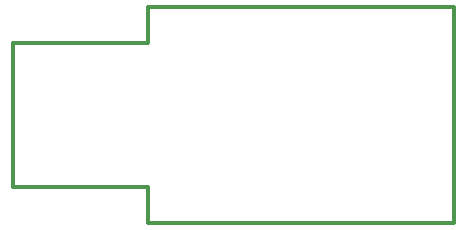
<source format=gm1>
G04 #@! TF.FileFunction,Profile,NP*
%FSLAX46Y46*%
G04 Gerber Fmt 4.6, Leading zero omitted, Abs format (unit mm)*
G04 Created by KiCad (PCBNEW 0.201509081510+6169~29~ubuntu14.04.1-product) date 2015-09-09T21:35:09 CEST*
%MOMM*%
G01*
G04 APERTURE LIST*
%ADD10C,0.100000*%
%ADD11C,0.300000*%
G04 APERTURE END LIST*
D10*
D11*
X71120000Y-72644000D02*
X71120000Y-60452000D01*
X82550000Y-72644000D02*
X71120000Y-72644000D01*
X82550000Y-75692000D02*
X82550000Y-72644000D01*
X108458000Y-75692000D02*
X82550000Y-75692000D01*
X108458000Y-57404000D02*
X108458000Y-75692000D01*
X82550000Y-57404000D02*
X108458000Y-57404000D01*
X82550000Y-60452000D02*
X82550000Y-57404000D01*
X71120000Y-60452000D02*
X82550000Y-60452000D01*
M02*

</source>
